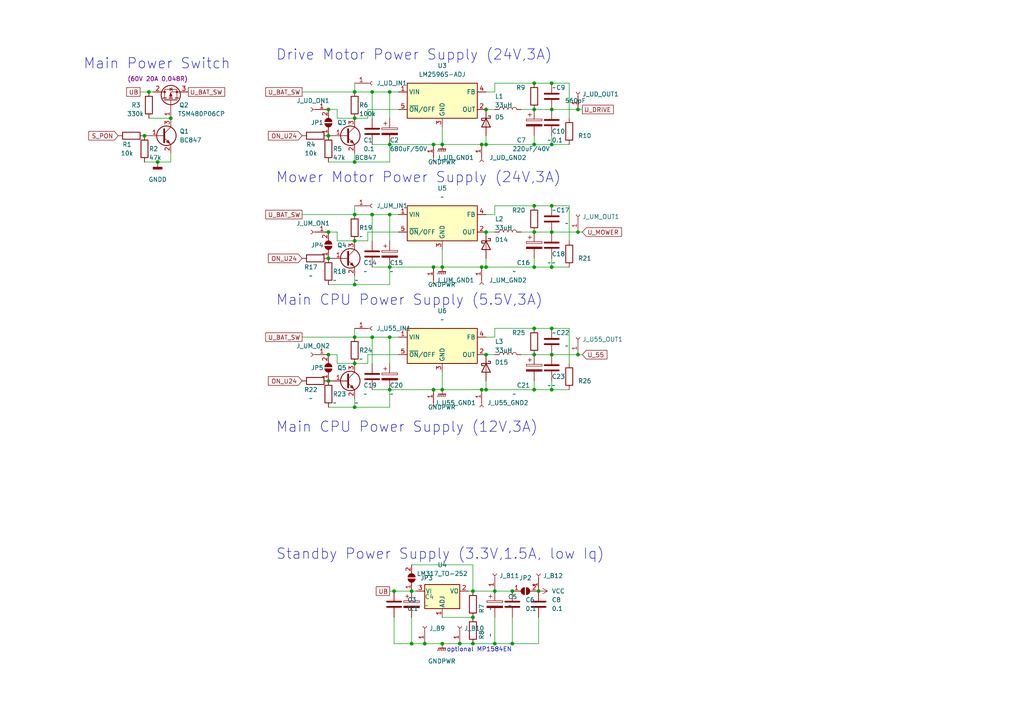
<source format=kicad_sch>
(kicad_sch (version 20211123) (generator eeschema)
  (paper "A4")
  (lib_symbols
    (symbol "Connector:Conn_01x01_Female" (pin_names (offset 1.016) hide)
      (property "Reference" "J" (at 0 2.54 0))
      (property "Value" "Conn_01x01_Female" (at 0 -2.54 0))
      (symbol "Conn_01x01_Female_1_1"
        (polyline (pts (xy -1.27 0) (xy -0.508 0)) (stroke (width 0.1524)))
        (arc (start 0 0.508) (mid -0.508 0) (end 0 -0.508) (stroke (width 0.1524)))
        (pin passive line (at -5.08 0 0) (length 3.81) (name "Pin_1") (number "1"))
      )
    )
    (symbol "Device:C" (pin_numbers hide) (pin_names (offset 0.254))
      (property "Reference" "C" (at 0.635 2.54 0))
      (property "Value" "C" (at 0.635 -2.54 0))
      (symbol "C_0_1"
        (polyline (pts (xy -2.032 -0.762) (xy 2.032 -0.762)) (stroke (width 0.508)))
        (polyline (pts (xy -2.032 0.762) (xy 2.032 0.762)) (stroke (width 0.508)))
      )
      (symbol "C_1_1"
        (pin passive line (at 0 3.81 270) (length 2.794) (name "~") (number "1"))
        (pin passive line (at 0 -3.81 90) (length 2.794) (name "~") (number "2"))
      )
    )
    (symbol "Device:C_Polarized" (pin_numbers hide) (pin_names (offset 0.254))
      (property "Reference" "C" (at 0.635 2.54 0))
      (property "Value" "C_Polarized" (at 0.635 -2.54 0))
      (symbol "C_Polarized_0_1"
        (rectangle (start -2.286 0.508) (end 2.286 1.016))
        (polyline (pts (xy -1.778 2.286) (xy -0.762 2.286)))
        (polyline (pts (xy -1.27 2.794) (xy -1.27 1.778)))
        (rectangle (start 2.286 -0.508) (end -2.286 -1.016) (fill (type outline)))
      )
      (symbol "C_Polarized_1_1"
        (pin passive line (at 0 3.81 270) (length 2.794) (name "~") (number "1"))
        (pin passive line (at 0 -3.81 90) (length 2.794) (name "~") (number "2"))
      )
    )
    (symbol "Device:L" (pin_numbers hide) (pin_names (offset 1.016) hide)
      (property "Reference" "L" (at -1.27 0 90))
      (property "Value" "L" (at 1.905 0 90))
      (symbol "L_0_1"
        (arc (start 0 -2.54) (mid 0.635 -1.905) (end 0 -1.27))
        (arc (start 0 -1.27) (mid 0.635 -0.635) (end 0 0))
        (arc (start 0 0) (mid 0.635 0.635) (end 0 1.27))
        (arc (start 0 1.27) (mid 0.635 1.905) (end 0 2.54))
      )
      (symbol "L_1_1"
        (pin passive line (at 0 3.81 270) (length 1.27) (name "1") (number "1"))
        (pin passive line (at 0 -3.81 90) (length 1.27) (name "2") (number "2"))
      )
    )
    (symbol "Device:Q_PMOS_GDS" (pin_names (offset 0) hide)
      (property "Reference" "Q" (at 5.08 1.27 0))
      (property "Value" "Q_PMOS_GDS" (at 5.08 -1.27 0))
      (symbol "Q_PMOS_GDS_0_1"
        (polyline (pts (xy 0.254 0) (xy -2.54 0)))
        (polyline (pts (xy 0.254 1.905) (xy 0.254 -1.905)) (stroke (width 0.254)))
        (polyline (pts (xy 0.762 -1.27) (xy 0.762 -2.286)) (stroke (width 0.254)))
        (polyline (pts (xy 0.762 0.508) (xy 0.762 -0.508)) (stroke (width 0.254)))
        (polyline (pts (xy 0.762 2.286) (xy 0.762 1.27)) (stroke (width 0.254)))
        (polyline (pts (xy 2.54 2.54) (xy 2.54 1.778)))
        (polyline (pts (xy 2.54 -2.54) (xy 2.54 0) (xy 0.762 0)))
        (polyline (pts (xy 0.762 1.778) (xy 3.302 1.778) (xy 3.302 -1.778) (xy 0.762 -1.778)))
        (polyline (pts (xy 2.286 0) (xy 1.27 0.381) (xy 1.27 -0.381) (xy 2.286 0)) (fill (type outline)))
        (polyline (pts (xy 2.794 -0.508) (xy 2.921 -0.381) (xy 3.683 -0.381) (xy 3.81 -0.254)))
        (polyline (pts (xy 3.302 -0.381) (xy 2.921 0.254) (xy 3.683 0.254) (xy 3.302 -0.381)))
        (circle (center 1.651 0) (radius 2.794) (stroke (width 0.254)))
        (circle (center 2.54 -1.778) (radius 0.254) (fill (type outline)))
        (circle (center 2.54 1.778) (radius 0.254) (fill (type outline)))
      )
      (symbol "Q_PMOS_GDS_1_1"
        (pin input line (at -5.08 0 0) (length 2.54) (name "G") (number "1"))
        (pin passive line (at 2.54 5.08 270) (length 2.54) (name "D") (number "2"))
        (pin passive line (at 2.54 -5.08 90) (length 2.54) (name "S") (number "3"))
      )
    )
    (symbol "Device:R" (pin_numbers hide) (pin_names (offset 0))
      (property "Reference" "R" (at 2.032 0 90))
      (property "Value" "R" (at 0 0 90))
      (symbol "R_0_1"
        (rectangle (start -1.016 -2.54) (end 1.016 2.54) (stroke (width 0.254)))
      )
      (symbol "R_1_1"
        (pin passive line (at 0 3.81 270) (length 1.27) (name "~") (number "1"))
        (pin passive line (at 0 -3.81 90) (length 1.27) (name "~") (number "2"))
      )
    )
    (symbol "Diode:MBRA340" (pin_numbers hide) (pin_names hide)
      (property "Reference" "D" (at 0 2.54 0))
      (property "Value" "MBRA340" (at 0 -2.54 0))
      (symbol "MBRA340_0_1"
        (polyline (pts (xy 1.27 0) (xy -1.27 0)))
        (polyline (pts (xy 1.27 1.27) (xy 1.27 -1.27) (xy -1.27 0) (xy 1.27 1.27)) (stroke (width 0.254)))
        (polyline (pts (xy -1.905 0.635) (xy -1.905 1.27) (xy -1.27 1.27) (xy -1.27 -1.27) (xy -0.635 -1.27) (xy -0.635 -0.635)) (stroke (width 0.254)))
      )
      (symbol "MBRA340_1_1"
        (pin passive line (at -3.81 0 0) (length 2.54) (name "K") (number "1"))
        (pin passive line (at 3.81 0 180) (length 2.54) (name "A") (number "2"))
      )
    )
    (symbol "Jumper:SolderJumper_2_Open" (pin_names (offset 0) hide)
      (property "Reference" "JP" (at 0 2.032 0))
      (property "Value" "SolderJumper_2_Open" (at 0 -2.54 0))
      (symbol "SolderJumper_2_Open_0_1"
        (arc (start -0.254 1.016) (mid -1.27 0) (end -0.254 -1.016))
        (arc (start -0.254 1.016) (mid -1.27 0) (end -0.254 -1.016) (fill (type outline)))
        (polyline (pts (xy -0.254 1.016) (xy -0.254 -1.016)))
        (polyline (pts (xy 0.254 1.016) (xy 0.254 -1.016)))
        (arc (start 0.254 -1.016) (mid 1.27 0) (end 0.254 1.016))
        (arc (start 0.254 -1.016) (mid 1.27 0) (end 0.254 1.016) (fill (type outline)))
      )
      (symbol "SolderJumper_2_Open_1_1"
        (pin passive line (at -3.81 0 0) (length 2.54) (name "A") (number "1"))
        (pin passive line (at 3.81 0 180) (length 2.54) (name "B") (number "2"))
      )
    )
    (symbol "Regulator_Linear:LM317_TO-252" (pin_names (offset 0.254))
      (property "Reference" "U" (at -3.81 3.175 0))
      (property "Value" "LM317_TO-252" (at 0 3.175 0))
      (symbol "LM317_TO-252_0_1"
        (rectangle (start -5.08 1.905) (end 5.08 -5.08) (stroke (width 0.254)) (fill (type background)))
      )
      (symbol "LM317_TO-252_1_1"
        (pin input line (at 0 -7.62 90) (length 2.54) (name "ADJ") (number "1"))
        (pin power_out line (at 7.62 0 180) (length 2.54) (name "VO") (number "2"))
        (pin power_in line (at -7.62 0 0) (length 2.54) (name "VI") (number "3"))
      )
    )
    (symbol "Regulator_Switching:LM2596S-ADJ"
      (property "Reference" "U" (at -10.16 6.35 0))
      (property "Value" "LM2596S-ADJ" (at 0 6.35 0))
      (symbol "LM2596S-ADJ_0_1"
        (rectangle (start -10.16 5.08) (end 10.16 -5.08) (stroke (width 0.254)) (fill (type background)))
      )
      (symbol "LM2596S-ADJ_1_1"
        (pin power_in line (at -12.7 2.54 0) (length 2.54) (name "VIN") (number "1"))
        (pin output line (at 12.7 -2.54 180) (length 2.54) (name "OUT") (number "2"))
        (pin power_in line (at 0 -7.62 90) (length 2.54) (name "GND") (number "3"))
        (pin input line (at 12.7 2.54 180) (length 2.54) (name "FB") (number "4"))
        (pin input line (at -12.7 -2.54 0) (length 2.54) (name "~{ON}/OFF") (number "5"))
      )
    )
    (symbol "Transistor_BJT:BC847" (pin_names (offset 0) hide)
      (property "Reference" "Q" (at 5.08 1.905 0))
      (property "Value" "BC847" (at 5.08 0 0))
      (symbol "BC847_0_1"
        (polyline (pts (xy 0.635 0.635) (xy 2.54 2.54)))
        (polyline (pts (xy 0.635 -0.635) (xy 2.54 -2.54) (xy 2.54 -2.54)))
        (polyline (pts (xy 0.635 1.905) (xy 0.635 -1.905) (xy 0.635 -1.905)) (stroke (width 0.508)))
        (polyline (pts (xy 1.27 -1.778) (xy 1.778 -1.27) (xy 2.286 -2.286) (xy 1.27 -1.778) (xy 1.27 -1.778)) (fill (type outline)))
        (circle (center 1.27 0) (radius 2.8194) (stroke (width 0.254)))
      )
      (symbol "BC847_1_1"
        (pin input line (at -5.08 0 0) (length 5.715) (name "B") (number "1"))
        (pin passive line (at 2.54 -5.08 90) (length 2.54) (name "E") (number "2"))
        (pin passive line (at 2.54 5.08 270) (length 2.54) (name "C") (number "3"))
      )
    )
    (symbol "power:GNDD" (power) (pin_names (offset 0))
      (property "Value" "GNDD" (at 0 -3.175 0))
      (symbol "GNDD_0_1"
        (rectangle (start -1.27 -1.524) (end 1.27 -2.032) (stroke (width 0.254)) (fill (type outline)))
        (polyline (pts (xy 0 0) (xy 0 -1.524)))
      )
      (symbol "GNDD_1_1"
        (pin power_in line (at 0 0 270) (length 0) hide (name "GNDD") (number "1"))
      )
    )
    (symbol "power:GNDPWR" (power) (pin_names (offset 0))
      (property "Value" "GNDPWR" (at 0 -3.302 0))
      (symbol "GNDPWR_0_1"
        (polyline (pts (xy 0 -1.27) (xy 0 0)))
        (polyline (pts (xy -1.016 -1.27) (xy -1.27 -2.032) (xy -1.27 -2.032)) (stroke (width 0.2032)))
        (polyline (pts (xy -0.508 -1.27) (xy -0.762 -2.032) (xy -0.762 -2.032)) (stroke (width 0.2032)))
        (polyline (pts (xy 0 -1.27) (xy -0.254 -2.032) (xy -0.254 -2.032)) (stroke (width 0.2032)))
        (polyline (pts (xy 0.508 -1.27) (xy 0.254 -2.032) (xy 0.254 -2.032)) (stroke (width 0.2032)))
        (polyline (pts (xy 1.016 -1.27) (xy -1.016 -1.27) (xy -1.016 -1.27)) (stroke (width 0.2032)))
        (polyline (pts (xy 1.016 -1.27) (xy 0.762 -2.032) (xy 0.762 -2.032) (xy 0.762 -2.032)) (stroke (width 0.2032)))
      )
      (symbol "GNDPWR_1_1"
        (pin power_in line (at 0 0 270) (length 0) hide (name "GNDPWR") (number "1"))
      )
    )
    (symbol "power:VCC" (power) (pin_names (offset 0))
      (property "Value" "VCC" (at 0 3.81 0))
      (symbol "VCC_0_1"
        (polyline (pts (xy -0.762 1.27) (xy 0 2.54)))
        (polyline (pts (xy 0 0) (xy 0 2.54)))
        (polyline (pts (xy 0 2.54) (xy 0.762 1.27)))
      )
      (symbol "VCC_1_1"
        (pin power_in line (at 0 0 90) (length 0) hide (name "VCC") (number "1"))
      )
    )
  )
  (junction (at 102.87 82.55))
  (junction (at 123.19 186.69))
  (junction (at 167.64 67.31))
  (junction (at 119.38 171.45))
  (junction (at 114.3 171.45))
  (junction (at 113.03 77.47))
  (junction (at 119.38 186.69))
  (junction (at 148.59 186.69))
  (junction (at 95.25 102.87))
  (junction (at 154.94 24.13))
  (junction (at 167.64 102.87))
  (junction (at 49.53 34.29))
  (junction (at 102.87 34.29))
  (junction (at 128.27 41.91))
  (junction (at 154.94 59.69))
  (junction (at 140.97 102.87))
  (junction (at 148.59 171.45))
  (junction (at 160.02 31.75))
  (junction (at 125.73 77.47))
  (junction (at 128.27 186.69))
  (junction (at 160.02 67.31))
  (junction (at 128.27 113.03))
  (junction (at 137.16 186.69))
  (junction (at 95.25 74.93))
  (junction (at 45.72 46.99))
  (junction (at 95.25 110.49))
  (junction (at 107.95 62.23))
  (junction (at 137.16 171.45))
  (junction (at 95.25 31.75))
  (junction (at 154.94 31.75))
  (junction (at 139.7 113.03))
  (junction (at 143.51 186.69))
  (junction (at 113.03 41.91))
  (junction (at 154.94 77.47))
  (junction (at 113.03 62.23))
  (junction (at 133.35 186.69))
  (junction (at 113.03 26.67))
  (junction (at 160.02 77.47))
  (junction (at 139.7 41.91))
  (junction (at 125.73 113.03))
  (junction (at 125.73 41.91))
  (junction (at 102.87 69.85))
  (junction (at 107.95 26.67))
  (junction (at 113.03 97.79))
  (junction (at 139.7 77.47))
  (junction (at 160.02 24.13))
  (junction (at 156.21 171.45))
  (junction (at 160.02 102.87))
  (junction (at 102.87 118.11))
  (junction (at 41.91 39.37))
  (junction (at 107.95 97.79))
  (junction (at 167.64 31.75))
  (junction (at 113.03 113.03))
  (junction (at 140.97 113.03))
  (junction (at 143.51 171.45))
  (junction (at 102.87 46.99))
  (junction (at 137.16 179.07))
  (junction (at 160.02 59.69))
  (junction (at 160.02 113.03))
  (junction (at 154.94 41.91))
  (junction (at 102.87 62.23))
  (junction (at 102.87 26.67))
  (junction (at 154.94 113.03))
  (junction (at 102.87 105.41))
  (junction (at 140.97 77.47))
  (junction (at 140.97 31.75))
  (junction (at 102.87 97.79))
  (junction (at 160.02 41.91))
  (junction (at 160.02 95.25))
  (junction (at 154.94 102.87))
  (junction (at 95.25 39.37))
  (junction (at 140.97 67.31))
  (junction (at 95.25 67.31))
  (junction (at 128.27 77.47))
  (junction (at 140.97 41.91))
  (junction (at 154.94 67.31))
  (junction (at 154.94 95.25))
  (junction (at 43.18 26.67))
  (wire (pts (xy 128.27 36.83) (xy 128.27 41.91)))
  (wire (pts (xy 160.02 77.47) (xy 165.1 77.47)))
  (wire (pts (xy 40.64 26.67) (xy 43.18 26.67)))
  (wire (pts (xy 106.68 105.41) (xy 102.87 105.41)))
  (wire (pts (xy 128.27 186.69) (xy 123.19 186.69)))
  (wire (pts (xy 102.87 80.01) (xy 102.87 82.55)))
  (wire (pts (xy 102.87 44.45) (xy 102.87 46.99)))
  (wire (pts (xy 140.97 41.91) (xy 154.94 41.91)))
  (wire (pts (xy 119.38 186.69) (xy 114.3 186.69)))
  (wire (pts (xy 160.02 110.49) (xy 160.02 113.03)))
  (wire (pts (xy 95.25 82.55) (xy 102.87 82.55)))
  (wire (pts (xy 139.7 41.91) (xy 140.97 41.91)))
  (wire (pts (xy 160.02 74.93) (xy 160.02 77.47)))
  (wire (pts (xy 97.79 31.75) (xy 97.79 34.29)))
  (wire (pts (xy 143.51 26.67) (xy 140.97 26.67)))
  (wire (pts (xy 154.94 95.25) (xy 143.51 95.25)))
  (wire (pts (xy 45.72 46.99) (xy 49.53 46.99)))
  (wire (pts (xy 107.95 26.67) (xy 113.03 26.67)))
  (wire (pts (xy 128.27 113.03) (xy 139.7 113.03)))
  (wire (pts (xy 102.87 95.25) (xy 102.87 97.79)))
  (wire (pts (xy 106.68 69.85) (xy 102.87 69.85)))
  (wire (pts (xy 143.51 67.31) (xy 140.97 67.31)))
  (wire (pts (xy 128.27 72.39) (xy 128.27 77.47)))
  (wire (pts (xy 156.21 186.69) (xy 156.21 179.07)))
  (wire (pts (xy 154.94 59.69) (xy 160.02 59.69)))
  (wire (pts (xy 113.03 77.47) (xy 113.03 76.2)))
  (wire (pts (xy 137.16 163.83) (xy 137.16 171.45)))
  (wire (pts (xy 97.79 105.41) (xy 102.87 105.41)))
  (wire (pts (xy 160.02 41.91) (xy 165.1 41.91)))
  (wire (pts (xy 154.94 59.69) (xy 143.51 59.69)))
  (wire (pts (xy 151.13 102.87) (xy 154.94 102.87)))
  (wire (pts (xy 137.16 171.45) (xy 135.89 171.45)))
  (wire (pts (xy 160.02 24.13) (xy 165.1 24.13)))
  (wire (pts (xy 106.68 102.87) (xy 106.68 105.41)))
  (wire (pts (xy 107.95 97.79) (xy 107.95 105.41)))
  (wire (pts (xy 151.13 67.31) (xy 154.94 67.31)))
  (wire (pts (xy 87.63 97.79) (xy 102.87 97.79)))
  (wire (pts (xy 160.02 113.03) (xy 154.94 113.03)))
  (wire (pts (xy 113.03 41.91) (xy 125.73 41.91)))
  (wire (pts (xy 143.51 62.23) (xy 140.97 62.23)))
  (wire (pts (xy 167.64 102.87) (xy 160.02 102.87)))
  (wire (pts (xy 106.68 34.29) (xy 102.87 34.29)))
  (wire (pts (xy 143.51 186.69) (xy 148.59 186.69)))
  (wire (pts (xy 140.97 110.49) (xy 140.97 113.03)))
  (wire (pts (xy 160.02 41.91) (xy 154.94 41.91)))
  (wire (pts (xy 140.97 39.37) (xy 140.97 41.91)))
  (wire (pts (xy 123.19 186.69) (xy 119.38 186.69)))
  (wire (pts (xy 43.18 34.29) (xy 49.53 34.29)))
  (wire (pts (xy 97.79 34.29) (xy 102.87 34.29)))
  (wire (pts (xy 154.94 102.87) (xy 160.02 102.87)))
  (wire (pts (xy 113.03 41.91) (xy 113.03 40.64)))
  (wire (pts (xy 113.03 97.79) (xy 113.03 105.41)))
  (wire (pts (xy 148.59 179.07) (xy 148.59 186.69)))
  (wire (pts (xy 140.97 113.03) (xy 154.94 113.03)))
  (wire (pts (xy 160.02 39.37) (xy 160.02 41.91)))
  (wire (pts (xy 160.02 77.47) (xy 154.94 77.47)))
  (wire (pts (xy 154.94 95.25) (xy 160.02 95.25)))
  (wire (pts (xy 167.64 67.31) (xy 160.02 67.31)))
  (wire (pts (xy 95.25 67.31) (xy 97.79 67.31)))
  (wire (pts (xy 154.94 67.31) (xy 160.02 67.31)))
  (wire (pts (xy 43.18 26.67) (xy 44.45 26.67)))
  (wire (pts (xy 114.3 171.45) (xy 119.38 171.45)))
  (wire (pts (xy 154.94 24.13) (xy 160.02 24.13)))
  (wire (pts (xy 113.03 118.11) (xy 113.03 113.03)))
  (wire (pts (xy 113.03 113.03) (xy 113.03 111.76)))
  (wire (pts (xy 154.94 31.75) (xy 160.02 31.75)))
  (wire (pts (xy 143.51 102.87) (xy 140.97 102.87)))
  (wire (pts (xy 95.25 46.99) (xy 102.87 46.99)))
  (wire (pts (xy 115.57 62.23) (xy 113.03 62.23)))
  (wire (pts (xy 107.95 113.03) (xy 113.03 113.03)))
  (wire (pts (xy 165.1 34.29) (xy 165.1 24.13)))
  (wire (pts (xy 133.35 186.69) (xy 128.27 186.69)))
  (wire (pts (xy 102.87 46.99) (xy 113.03 46.99)))
  (wire (pts (xy 165.1 105.41) (xy 165.1 95.25)))
  (wire (pts (xy 113.03 113.03) (xy 125.73 113.03)))
  (wire (pts (xy 125.73 113.03) (xy 128.27 113.03)))
  (wire (pts (xy 168.91 31.75) (xy 167.64 31.75)))
  (wire (pts (xy 143.51 31.75) (xy 140.97 31.75)))
  (wire (pts (xy 119.38 171.45) (xy 120.65 171.45)))
  (wire (pts (xy 113.03 62.23) (xy 113.03 69.85)))
  (wire (pts (xy 143.51 59.69) (xy 143.51 62.23)))
  (wire (pts (xy 165.1 69.85) (xy 165.1 59.69)))
  (wire (pts (xy 95.25 102.87) (xy 97.79 102.87)))
  (wire (pts (xy 114.3 186.69) (xy 114.3 179.07)))
  (wire (pts (xy 102.87 59.69) (xy 102.87 62.23)))
  (wire (pts (xy 95.25 118.11) (xy 102.87 118.11)))
  (wire (pts (xy 125.73 41.91) (xy 128.27 41.91)))
  (wire (pts (xy 168.91 102.87) (xy 167.64 102.87)))
  (wire (pts (xy 140.97 74.93) (xy 140.97 77.47)))
  (wire (pts (xy 119.38 179.07) (xy 119.38 186.69)))
  (wire (pts (xy 154.94 41.91) (xy 154.94 39.37)))
  (wire (pts (xy 97.79 69.85) (xy 102.87 69.85)))
  (wire (pts (xy 102.87 26.67) (xy 107.95 26.67)))
  (wire (pts (xy 102.87 82.55) (xy 113.03 82.55)))
  (wire (pts (xy 87.63 26.67) (xy 102.87 26.67)))
  (wire (pts (xy 143.51 171.45) (xy 148.59 171.45)))
  (wire (pts (xy 97.79 102.87) (xy 97.79 105.41)))
  (wire (pts (xy 102.87 97.79) (xy 107.95 97.79)))
  (wire (pts (xy 113.03 46.99) (xy 113.03 41.91)))
  (wire (pts (xy 143.51 171.45) (xy 137.16 171.45)))
  (wire (pts (xy 87.63 62.23) (xy 102.87 62.23)))
  (wire (pts (xy 143.51 24.13) (xy 143.51 26.67)))
  (wire (pts (xy 107.95 26.67) (xy 107.95 34.29)))
  (wire (pts (xy 49.53 44.45) (xy 49.53 46.99)))
  (wire (pts (xy 97.79 67.31) (xy 97.79 69.85)))
  (wire (pts (xy 128.27 77.47) (xy 139.7 77.47)))
  (wire (pts (xy 115.57 31.75) (xy 106.68 31.75)))
  (wire (pts (xy 154.94 77.47) (xy 154.94 74.93)))
  (wire (pts (xy 113.03 77.47) (xy 125.73 77.47)))
  (wire (pts (xy 154.94 113.03) (xy 154.94 110.49)))
  (wire (pts (xy 107.95 77.47) (xy 113.03 77.47)))
  (wire (pts (xy 160.02 95.25) (xy 165.1 95.25)))
  (wire (pts (xy 102.87 115.57) (xy 102.87 118.11)))
  (wire (pts (xy 102.87 24.13) (xy 102.87 26.67)))
  (wire (pts (xy 143.51 179.07) (xy 143.51 186.69)))
  (wire (pts (xy 139.7 113.03) (xy 140.97 113.03)))
  (wire (pts (xy 167.64 31.75) (xy 160.02 31.75)))
  (wire (pts (xy 160.02 59.69) (xy 165.1 59.69)))
  (wire (pts (xy 125.73 77.47) (xy 128.27 77.47)))
  (wire (pts (xy 115.57 97.79) (xy 113.03 97.79)))
  (wire (pts (xy 137.16 186.69) (xy 143.51 186.69)))
  (wire (pts (xy 151.13 31.75) (xy 154.94 31.75)))
  (wire (pts (xy 95.25 31.75) (xy 97.79 31.75)))
  (wire (pts (xy 41.91 46.99) (xy 45.72 46.99)))
  (wire (pts (xy 107.95 41.91) (xy 113.03 41.91)))
  (wire (pts (xy 113.03 26.67) (xy 113.03 34.29)))
  (wire (pts (xy 115.57 26.67) (xy 113.03 26.67)))
  (wire (pts (xy 139.7 77.47) (xy 140.97 77.47)))
  (wire (pts (xy 107.95 62.23) (xy 113.03 62.23)))
  (wire (pts (xy 143.51 97.79) (xy 140.97 97.79)))
  (wire (pts (xy 115.57 67.31) (xy 106.68 67.31)))
  (wire (pts (xy 102.87 118.11) (xy 113.03 118.11)))
  (wire (pts (xy 148.59 186.69) (xy 156.21 186.69)))
  (wire (pts (xy 102.87 62.23) (xy 107.95 62.23)))
  (wire (pts (xy 154.94 24.13) (xy 143.51 24.13)))
  (wire (pts (xy 128.27 107.95) (xy 128.27 113.03)))
  (wire (pts (xy 128.27 41.91) (xy 139.7 41.91)))
  (wire (pts (xy 143.51 95.25) (xy 143.51 97.79)))
  (wire (pts (xy 113.03 171.45) (xy 114.3 171.45)))
  (wire (pts (xy 106.68 67.31) (xy 106.68 69.85)))
  (wire (pts (xy 115.57 102.87) (xy 106.68 102.87)))
  (wire (pts (xy 113.03 82.55) (xy 113.03 77.47)))
  (wire (pts (xy 168.91 67.31) (xy 167.64 67.31)))
  (wire (pts (xy 119.38 163.83) (xy 137.16 163.83)))
  (wire (pts (xy 137.16 186.69) (xy 133.35 186.69)))
  (wire (pts (xy 107.95 62.23) (xy 107.95 69.85)))
  (wire (pts (xy 128.27 179.07) (xy 137.16 179.07)))
  (wire (pts (xy 140.97 77.47) (xy 154.94 77.47)))
  (wire (pts (xy 107.95 97.79) (xy 113.03 97.79)))
  (wire (pts (xy 160.02 113.03) (xy 165.1 113.03)))
  (wire (pts (xy 106.68 31.75) (xy 106.68 34.29)))
  (text "Drive Motor Power Supply (24V,3A)" (at 80.01 17.78 0) (effects (font (size 3 3)) (justify left bottom)))
  (text "Main Power Switch" (at 24.13 20.32 0) (effects (font (size 3 3)) (justify left bottom)))
  (text "optional MP1584EN" (at 129.54 189.23 0) (effects (font (size 1.27 1.27)) (justify left bottom)))
  (text "Standby Power Supply (3.3V,1.5A, low Iq)" (at 80.01 162.56 0) (effects (font (size 3 3)) (justify left bottom)))
  (text "Main CPU Power Supply (12V,3A)" (at 80.01 125.73 0) (effects (font (size 3 3)) (justify left bottom)))
  (text "Mower Motor Power Supply (24V,3A)" (at 80.01 53.34 0) (effects (font (size 3 3)) (justify left bottom)))
  (text "Main CPU Power Supply (5.5V,3A)" (at 80.01 88.9 0) (effects (font (size 3 3)) (justify left bottom)))
  (global_label "U_BAT_SW" (shape passive) (at 87.63 97.79 180) (property "Intersheet References" "${INTERSHEET_REFS}" (effects hide)))
  (global_label "UB" (shape passive) (at 40.64 26.67 180) (property "Intersheet References" "${INTERSHEET_REFS}" (effects hide)))
  (global_label "S_PON" (shape input) (at 34.29 39.37 180) (property "Intersheet References" "${INTERSHEET_REFS}" (effects hide)))
  (global_label "U_55" (shape input) (at 168.91 102.87 0) (property "Intersheet References" "${INTERSHEET_REFS}" (effects hide)))
  (global_label "U_BAT_SW" (shape passive) (at 87.63 62.23 180) (property "Intersheet References" "${INTERSHEET_REFS}" (effects hide)))
  (global_label "ON_U24" (shape input) (at 87.63 110.49 180) (property "Intersheet References" "${INTERSHEET_REFS}" (effects hide)))
  (global_label "U_DRIVE" (shape passive) (at 168.91 31.75 0) (property "Intersheet References" "${INTERSHEET_REFS}" (effects hide)))
  (global_label "ON_U24" (shape input) (at 87.63 39.37 180) (property "Intersheet References" "${INTERSHEET_REFS}" (effects hide)))
  (global_label "UB" (shape passive) (at 113.03 171.45 180) (property "Intersheet References" "${INTERSHEET_REFS}" (effects hide)))
  (global_label "U_BAT_SW" (shape passive) (at 54.61 26.67 0) (property "Intersheet References" "${INTERSHEET_REFS}" (effects hide)))
  (global_label "U_MOWER" (shape input) (at 168.91 67.31 0) (property "Intersheet References" "${INTERSHEET_REFS}" (effects hide)))
  (global_label "U_BAT_SW" (shape passive) (at 87.63 26.67 180) (property "Intersheet References" "${INTERSHEET_REFS}" (effects hide)))
  (global_label "ON_U24" (shape input) (at 87.63 74.93 180) (property "Intersheet References" "${INTERSHEET_REFS}" (effects hide)))
  (symbol (lib_id "Device:R") (at 165.1 38.1 0) (unit 1)
    (property "Reference" "R10" (at 167.64 39.37 0) (effects (justify left)))
    (property "Value" "~" (at 158.75 40.64 0) (effects (justify left)))
    (property "Footprint" "Resistor_SMD:R_0805_2012Metric_Pad1.20x1.40mm_HandSolder" (effects hide))
  )
  (symbol (lib_id "Device:C") (at 148.59 175.26 0) (unit 1)
    (property "Reference" "C6" (at 152.4 173.9899 0) (effects (justify left)))
    (property "Value" "0.1" (at 152.4 176.5299 0) (effects (justify left)))
    (property "Footprint" "Capacitor_SMD:C_0805_2012Metric_Pad1.18x1.45mm_HandSolder" (effects hide))
  )
  (symbol (lib_id "Jumper:SolderJumper_2_Open") (at 119.38 167.64 90) (unit 1)
    (property "Reference" "JP3" (at 121.92 167.6399 90) (effects (justify right)))
    (property "Footprint" "Jumper:SolderJumper-2_P1.3mm_Open_RoundedPad1.0x1.5mm" (effects hide))
  )
  (symbol (lib_id "Jumper:SolderJumper_2_Open") (at 95.25 35.56 90) (unit 1)
    (property "Reference" "JP1" (at 90.17 35.56 90) (effects (justify right)))
    (property "Value" "SolderJumper_2_Open" (effects hide))
    (property "Footprint" "Jumper:SolderJumper-2_P1.3mm_Open_RoundedPad1.0x1.5mm" (effects hide))
  )
  (symbol (lib_id "Transistor_BJT:BC847") (at 100.33 39.37 0) (unit 1)
    (property "Reference" "Q3" (at 97.79 35.56 0) (effects (justify left)))
    (property "Value" "BC847" (at 102.87 45.72 0) (effects (justify left)))
    (property "Footprint" "Package_TO_SOT_SMD:SOT-23_Handsoldering" (effects hide))
    (property "Datasheet" "http://www.infineon.com/dgdl/Infineon-BC847SERIES_BC848SERIES_BC849SERIES_BC850SERIES-DS-v01_01-en.pdf?fileId=db3a304314dca389011541d4630a1657" (effects hide))
  )
  (symbol (lib_id "Jumper:SolderJumper_2_Open") (at 152.4 171.45 0) (unit 1)
    (property "Reference" "JP2" (at 152.4 167.64 0))
    (property "Value" "SolderJumper_2_Open" (effects hide))
    (property "Footprint" "Jumper:SolderJumper-2_P1.3mm_Open_RoundedPad1.0x1.5mm" (effects hide))
  )
  (symbol (lib_id "Regulator_Switching:LM2596S-ADJ") (at 128.27 100.33 0) (unit 1)
    (property "Reference" "U6" (at 128.27 90.17 0))
    (property "Value" "~" (at 128.27 92.71 0))
    (property "Footprint" "Package_TO_SOT_SMD:TO-263-5_TabPin3" (effects hide))
    (property "Datasheet" "http://www.ti.com/lit/ds/symlink/lm2596.pdf" (effects hide))
  )
  (symbol (lib_id "Device:R") (at 137.16 175.26 0) (unit 1)
    (property "Reference" "R7" (at 139.7 176.53 90))
    (property "Value" "~" (at 142.24 176.53 90))
    (property "Footprint" "Resistor_SMD:R_0805_2012Metric_Pad1.20x1.40mm_HandSolder" (effects hide))
  )
  (symbol (lib_id "Connector:Conn_01x01_Female") (at 167.64 97.79 90) (unit 1)
    (property "Reference" "J_U55_OUT1" (at 168.91 98.4249 90) (effects (justify right)))
    (property "Footprint" "Connector_Wire:SolderWire-1sqmm_1x01_D1.4mm_OD2.7mm" (effects hide))
  )
  (symbol (lib_id "Connector:Conn_01x01_Female") (at 90.17 67.31 180) (unit 1)
    (property "Reference" "J_UM_ON1" (at 90.805 64.77 0))
    (property "Footprint" "Connector_Wire:SolderWire-1sqmm_1x01_D1.4mm_OD2.7mm" (effects hide))
  )
  (symbol (lib_id "Device:R") (at 137.16 182.88 0) (unit 1)
    (property "Reference" "R8" (at 139.7 184.15 90))
    (property "Value" "~" (at 142.24 184.15 90))
    (property "Footprint" "Resistor_SMD:R_0805_2012Metric_Pad1.20x1.40mm_HandSolder" (effects hide))
  )
  (symbol (lib_id "Connector:Conn_01x01_Female") (at 123.19 181.61 90) (unit 1)
    (property "Reference" "J_B9" (at 124.46 182.2449 90) (effects (justify right)))
    (property "Footprint" "Connector_Wire:SolderWire-1sqmm_1x01_D1.4mm_OD2.7mm" (effects hide))
  )
  (symbol (lib_id "Transistor_BJT:BC847") (at 100.33 110.49 0) (unit 1)
    (property "Reference" "Q5" (at 97.79 106.68 0) (effects (justify left)))
    (property "Value" "~" (at 102.87 116.84 0) (effects (justify left)))
    (property "Footprint" "Package_TO_SOT_SMD:SOT-23_Handsoldering" (effects hide))
    (property "Datasheet" "http://www.infineon.com/dgdl/Infineon-BC847SERIES_BC848SERIES_BC849SERIES_BC850SERIES-DS-v01_01-en.pdf?fileId=db3a304314dca389011541d4630a1657" (effects hide))
  )
  (symbol (lib_id "power:GNDPWR") (at 128.27 113.03 0) (unit 1)
    (property "Reference" "#PWR0111" (effects hide))
    (property "Value" "~" (at 128.143 118.11 0))
  )
  (symbol (lib_id "Device:C_Polarized") (at 113.03 38.1 0) (unit 1)
    (property "Reference" "C2" (at 113.03 40.64 0) (effects (justify left)))
    (property "Value" "680uF/50V" (at 113.03 43.18 0) (effects (justify left)))
    (property "Footprint" "Capacitor_SMD:CP_Elec_16x17.5" (effects hide))
  )
  (symbol (lib_id "Device:R") (at 91.44 39.37 270) (unit 1)
    (property "Reference" "R4" (at 90.17 41.91 90))
    (property "Value" "10k" (at 90.17 44.45 90))
    (property "Footprint" "Resistor_SMD:R_0805_2012Metric_Pad1.20x1.40mm_HandSolder" (effects hide))
  )
  (symbol (lib_id "Device:R") (at 95.25 43.18 0) (unit 1)
    (property "Reference" "R5" (at 96.52 43.18 0) (effects (justify left)))
    (property "Value" "47k" (at 96.52 45.72 0) (effects (justify left)))
    (property "Footprint" "Resistor_SMD:R_0805_2012Metric_Pad1.20x1.40mm_HandSolder" (effects hide))
  )
  (symbol (lib_id "Connector:Conn_01x01_Female") (at 139.7 82.55 270) (unit 1)
    (property "Reference" "J_UM_GND2" (at 147.32 81.28 90))
    (property "Footprint" "Connector_Wire:SolderWire-1sqmm_1x01_D1.4mm_OD2.7mm" (effects hide))
  )
  (symbol (lib_id "Device:R") (at 102.87 30.48 0) (unit 1)
    (property "Reference" "R6" (at 104.14 30.48 0) (effects (justify left)))
    (property "Value" "100k" (at 104.14 33.02 0) (effects (justify left)))
    (property "Footprint" "Resistor_SMD:R_0805_2012Metric_Pad1.20x1.40mm_HandSolder" (effects hide))
  )
  (symbol (lib_id "Device:L") (at 147.32 67.31 90) (unit 1)
    (property "Reference" "L2" (at 144.78 63.5 90))
    (property "Value" "33uH" (at 146.05 66.04 90))
    (property "Footprint" "Inductor_SMD:L_Fastron_PISR_Handsoldering" (effects hide))
    (property "Datasheet" "https://www.reichelt.de/smd-power-induktivitaet-pisr-ferrit-33--l-pisr-33--p73067.html?&trstct=pol_0&nbc=1" (effects hide))
  )
  (symbol (lib_id "power:GNDD") (at 45.72 46.99 0) (unit 1)
    (property "Reference" "#PWR05" (effects hide))
    (property "Value" "GNDD" (at 45.72 52.07 0))
  )
  (symbol (lib_id "Device:L") (at 147.32 102.87 90) (unit 1)
    (property "Reference" "L3" (at 144.78 99.06 90))
    (property "Value" "33uH" (at 146.05 101.6 90))
    (property "Footprint" "Inductor_SMD:L_Fastron_PISR_Handsoldering" (effects hide))
    (property "Datasheet" "https://www.reichelt.de/smd-power-induktivitaet-pisr-ferrit-33--l-pisr-33--p73067.html?&trstct=pol_0&nbc=1" (effects hide))
  )
  (symbol (lib_id "Connector:Conn_01x01_Female") (at 143.51 166.37 90) (unit 1)
    (property "Reference" "J_B11" (at 144.78 167.0049 90) (effects (justify right)))
    (property "Footprint" "Connector_Wire:SolderWire-1sqmm_1x01_D1.4mm_OD2.7mm" (effects hide))
  )
  (symbol (lib_id "power:GNDPWR") (at 128.27 41.91 0) (unit 1)
    (property "Reference" "#PWR06" (effects hide))
    (property "Value" "~" (at 128.143 46.99 0))
  )
  (symbol (lib_id "Device:C") (at 160.02 35.56 0) (unit 1)
    (property "Reference" "C10" (at 160.02 38.1 0) (effects (justify left)))
    (property "Value" "0.1" (at 160.02 40.64 0) (effects (justify left)))
    (property "Footprint" "Capacitor_SMD:C_0805_2012Metric_Pad1.18x1.45mm_HandSolder" (effects hide))
  )
  (symbol (lib_id "Device:C") (at 160.02 63.5 0) (unit 1)
    (property "Reference" "C17" (at 161.29 60.96 0) (effects (justify left)))
    (property "Value" "~" (at 163.83 64.7699 0) (effects (justify left)))
    (property "Footprint" "Capacitor_SMD:C_0805_2012Metric_Pad1.18x1.45mm_HandSolder" (effects hide))
  )
  (symbol (lib_id "Transistor_BJT:BC847") (at 100.33 74.93 0) (unit 1)
    (property "Reference" "Q4" (at 97.79 71.12 0) (effects (justify left)))
    (property "Value" "~" (at 102.87 81.28 0) (effects (justify left)))
    (property "Footprint" "Package_TO_SOT_SMD:SOT-23_Handsoldering" (effects hide))
    (property "Datasheet" "http://www.infineon.com/dgdl/Infineon-BC847SERIES_BC848SERIES_BC849SERIES_BC850SERIES-DS-v01_01-en.pdf?fileId=db3a304314dca389011541d4630a1657" (effects hide))
  )
  (symbol (lib_id "Device:R") (at 154.94 99.06 180) (unit 1)
    (property "Reference" "R25" (at 152.4 96.52 0) (effects (justify left)))
    (property "Value" "~" (at 161.29 96.52 0) (effects (justify left)))
    (property "Footprint" "Resistor_SMD:R_0805_2012Metric_Pad1.20x1.40mm_HandSolder" (effects hide))
  )
  (symbol (lib_id "Connector:Conn_01x01_Female") (at 107.95 59.69 0) (unit 1)
    (property "Reference" "J_UM_IN1" (at 109.22 59.6899 0) (effects (justify left)))
    (property "Footprint" "Connector_Wire:SolderWire-1sqmm_1x01_D1.4mm_OD2.7mm" (effects hide))
  )
  (symbol (lib_id "Device:R") (at 95.25 114.3 0) (unit 1)
    (property "Reference" "R23" (at 96.52 114.3 0) (effects (justify left)))
    (property "Value" "~" (at 96.52 116.84 0) (effects (justify left)))
    (property "Footprint" "Resistor_SMD:R_0805_2012Metric_Pad1.20x1.40mm_HandSolder" (effects hide))
  )
  (symbol (lib_id "Diode:MBRA340") (at 140.97 106.68 270) (unit 1)
    (property "Reference" "D15" (at 143.51 105.0924 90) (effects (justify left)))
    (property "Footprint" "Diode_SMD:D_SMA-SMB_Universal_Handsoldering" (effects hide))
    (property "Datasheet" "https://www.onsemi.com/pub/Collateral/MBRA340T3-D.PDF" (effects hide))
  )
  (symbol (lib_id "Jumper:SolderJumper_2_Open") (at 95.25 106.68 90) (unit 1)
    (property "Reference" "JP5" (at 90.17 106.68 90) (effects (justify right)))
    (property "Footprint" "Jumper:SolderJumper-2_P1.3mm_Open_RoundedPad1.0x1.5mm" (effects hide))
  )
  (symbol (lib_id "Jumper:SolderJumper_2_Open") (at 95.25 71.12 90) (unit 1)
    (property "Reference" "JP4" (at 90.17 71.12 90) (effects (justify right)))
    (property "Footprint" "Jumper:SolderJumper-2_P1.3mm_Open_RoundedPad1.0x1.5mm" (effects hide))
  )
  (symbol (lib_id "Device:R") (at 95.25 78.74 0) (unit 1)
    (property "Reference" "R18" (at 96.52 78.74 0) (effects (justify left)))
    (property "Value" "~" (at 96.52 81.28 0) (effects (justify left)))
    (property "Footprint" "Resistor_SMD:R_0805_2012Metric_Pad1.20x1.40mm_HandSolder" (effects hide))
  )
  (symbol (lib_id "Device:L") (at 147.32 31.75 90) (unit 1)
    (property "Reference" "L1" (at 144.78 27.94 90))
    (property "Value" "33uH" (at 146.05 30.48 90))
    (property "Footprint" "Inductor_SMD:L_Fastron_PISR_Handsoldering" (effects hide))
    (property "Datasheet" "https://www.reichelt.de/smd-power-induktivitaet-pisr-ferrit-33--l-pisr-33--p73067.html?&trstct=pol_0&nbc=1" (effects hide))
  )
  (symbol (lib_id "Device:R") (at 43.18 30.48 0) (unit 1)
    (property "Reference" "R3" (at 38.1 30.48 0) (effects (justify left)))
    (property "Value" "330k" (at 36.83 33.02 0) (effects (justify left)))
    (property "Footprint" "Resistor_SMD:R_0805_2012Metric_Pad1.20x1.40mm_HandSolder" (effects hide))
  )
  (symbol (lib_id "Device:C_Polarized") (at 154.94 35.56 0) (unit 1)
    (property "Reference" "C7" (at 149.86 40.64 0) (effects (justify left)))
    (property "Value" "220uF/40V" (at 148.59 43.18 0) (effects (justify left)))
    (property "Footprint" "Capacitor_SMD:CP_Elec_16x17.5" (effects hide))
  )
  (symbol (lib_id "power:GNDPWR") (at 128.27 77.47 0) (unit 1)
    (property "Reference" "#PWR0110" (effects hide))
    (property "Value" "~" (at 128.143 82.55 0))
  )
  (symbol (lib_id "Device:C") (at 160.02 27.94 0) (unit 1)
    (property "Reference" "C9" (at 161.29 25.4 0) (effects (justify left)))
    (property "Value" "560pF" (at 163.83 29.2099 0) (effects (justify left)))
    (property "Footprint" "Capacitor_SMD:C_0805_2012Metric_Pad1.18x1.45mm_HandSolder" (effects hide))
  )
  (symbol (lib_id "Device:C_Polarized") (at 119.38 175.26 0) (unit 1)
    (property "Reference" "C4" (at 123.19 173.1009 0) (effects (justify left)))
    (property "Value" "~" (at 123.19 175.6409 0) (effects (justify left)))
    (property "Footprint" "Capacitor_SMD:CP_Elec_16x17.5" (effects hide))
  )
  (symbol (lib_id "power:GNDPWR") (at 128.27 186.69 0) (unit 1)
    (property "Reference" "#PWR07" (effects hide))
    (property "Value" "~" (at 128.143 191.77 0))
  )
  (symbol (lib_id "Device:R") (at 38.1 39.37 270) (unit 1)
    (property "Reference" "R1" (at 36.83 41.91 90))
    (property "Value" "10k" (at 36.83 44.45 90))
    (property "Footprint" "Resistor_SMD:R_0805_2012Metric_Pad1.20x1.40mm_HandSolder" (effects hide))
  )
  (symbol (lib_id "Device:C") (at 107.95 109.22 0) (unit 1)
    (property "Reference" "C19" (at 105.41 111.76 0) (effects (justify left)))
    (property "Value" "~" (at 105.41 114.3 0) (effects (justify left)))
    (property "Footprint" "Capacitor_SMD:C_0805_2012Metric_Pad1.18x1.45mm_HandSolder" (effects hide))
  )
  (symbol (lib_id "Connector:Conn_01x01_Female") (at 133.35 181.61 90) (unit 1)
    (property "Reference" "J_B10" (at 134.62 182.2449 90) (effects (justify right)))
    (property "Footprint" "Connector_Wire:SolderWire-1sqmm_1x01_D1.4mm_OD2.7mm" (effects hide))
  )
  (symbol (lib_id "Connector:Conn_01x01_Female") (at 90.17 102.87 180) (unit 1)
    (property "Reference" "J_UM_ON2" (at 90.805 100.33 0))
    (property "Footprint" "Connector_Wire:SolderWire-1sqmm_1x01_D1.4mm_OD2.7mm" (effects hide))
  )
  (symbol (lib_id "Device:C_Polarized") (at 154.94 106.68 0) (unit 1)
    (property "Reference" "C21" (at 149.86 111.76 0) (effects (justify left)))
    (property "Value" "~" (at 148.59 114.3 0) (effects (justify left)))
    (property "Footprint" "Capacitor_SMD:CP_Elec_16x17.5" (effects hide))
  )
  (symbol (lib_id "Device:R") (at 102.87 101.6 0) (unit 1)
    (property "Reference" "R24" (at 104.14 101.6 0) (effects (justify left)))
    (property "Value" "~" (at 104.14 104.14 0) (effects (justify left)))
    (property "Footprint" "Resistor_SMD:R_0805_2012Metric_Pad1.20x1.40mm_HandSolder" (effects hide))
  )
  (symbol (lib_id "Device:C_Polarized") (at 113.03 109.22 0) (unit 1)
    (property "Reference" "C20" (at 113.03 111.76 0) (effects (justify left)))
    (property "Value" "~" (at 113.03 114.3 0) (effects (justify left)))
    (property "Footprint" "Capacitor_SMD:CP_Elec_16x17.5" (effects hide))
  )
  (symbol (lib_id "Device:R") (at 41.91 43.18 0) (unit 1)
    (property "Reference" "R2" (at 43.18 43.18 0) (effects (justify left)))
    (property "Value" "47k" (at 43.18 45.72 0) (effects (justify left)))
    (property "Footprint" "Resistor_SMD:R_0805_2012Metric_Pad1.20x1.40mm_HandSolder" (effects hide))
  )
  (symbol (lib_id "Device:R") (at 91.44 74.93 270) (unit 1)
    (property "Reference" "R17" (at 90.17 77.47 90))
    (property "Value" "~" (at 90.17 80.01 90))
    (property "Footprint" "Resistor_SMD:R_0805_2012Metric_Pad1.20x1.40mm_HandSolder" (effects hide))
  )
  (symbol (lib_id "Connector:Conn_01x01_Female") (at 167.64 62.23 90) (unit 1)
    (property "Reference" "J_UM_OUT1" (at 168.91 62.8649 90) (effects (justify right)))
    (property "Footprint" "Connector_Wire:SolderWire-1sqmm_1x01_D1.4mm_OD2.7mm" (effects hide))
  )
  (symbol (lib_id "Connector:Conn_01x01_Female") (at 167.64 26.67 90) (unit 1)
    (property "Reference" "J_UD_OUT1" (at 168.91 27.3049 90) (effects (justify right)))
    (property "Footprint" "Connector_Wire:SolderWire-1sqmm_1x01_D1.4mm_OD2.7mm" (effects hide))
  )
  (symbol (lib_id "Connector:Conn_01x01_Female") (at 125.73 118.11 270) (unit 1)
    (property "Reference" "J_U55_GND1" (at 132.08 116.84 90))
    (property "Footprint" "Connector_Wire:SolderWire-1sqmm_1x01_D1.4mm_OD2.7mm" (effects hide))
  )
  (symbol (lib_id "Device:Q_PMOS_GDS") (at 49.53 29.21 90) (unit 1)
    (property "Reference" "Q2" (at 53.34 30.48 90))
    (property "Value" "TSM480P06CP" (at 58.42 33.02 90))
    (property "Footprint" "Package_TO_SOT_SMD:TO-252-2" (effects hide))
    (property "Datasheet" "https://www.reichelt.de/mosfet-p-ch-60v-20a-0-048r-to252-tsm480p06cp-p254961.html?&trstct=pos_0&nbc=1" (effects hide))
    (property "Expl" "(60V 20A 0,048R)" (at 45.72 22.86 90))
  )
  (symbol (lib_id "Connector:Conn_01x01_Female") (at 107.95 24.13 0) (unit 1)
    (property "Reference" "J_UD_IN1" (at 109.22 24.1299 0) (effects (justify left)))
    (property "Footprint" "Connector_Wire:SolderWire-1sqmm_1x01_D1.4mm_OD2.7mm" (effects hide))
  )
  (symbol (lib_id "Connector:Conn_01x01_Female") (at 156.21 166.37 90) (unit 1)
    (property "Reference" "J_B12" (at 157.48 167.0049 90) (effects (justify right)))
    (property "Footprint" "Connector_Wire:SolderWire-1sqmm_1x01_D1.4mm_OD2.7mm" (effects hide))
  )
  (symbol (lib_id "Connector:Conn_01x01_Female") (at 125.73 82.55 270) (unit 1)
    (property "Reference" "J_UM_GND1" (at 132.08 81.28 90))
    (property "Footprint" "Connector_Wire:SolderWire-1sqmm_1x01_D1.4mm_OD2.7mm" (effects hide))
  )
  (symbol (lib_id "Device:R") (at 91.44 110.49 270) (unit 1)
    (property "Reference" "R22" (at 90.17 113.03 90))
    (property "Value" "~" (at 90.17 115.57 90))
    (property "Footprint" "Resistor_SMD:R_0805_2012Metric_Pad1.20x1.40mm_HandSolder" (effects hide))
  )
  (symbol (lib_id "Regulator_Switching:LM2596S-ADJ") (at 128.27 64.77 0) (unit 1)
    (property "Reference" "U5" (at 128.27 54.61 0))
    (property "Value" "~" (at 128.27 57.15 0))
    (property "Footprint" "Package_TO_SOT_SMD:TO-263-5_TabPin3" (effects hide))
    (property "Datasheet" "http://www.ti.com/lit/ds/symlink/lm2596.pdf" (effects hide))
  )
  (symbol (lib_id "Diode:MBRA340") (at 140.97 71.12 270) (unit 1)
    (property "Reference" "D14" (at 143.51 69.5324 90) (effects (justify left)))
    (property "Footprint" "Diode_SMD:D_SMA-SMB_Universal_Handsoldering" (effects hide))
    (property "Datasheet" "https://www.onsemi.com/pub/Collateral/MBRA340T3-D.PDF" (effects hide))
  )
  (symbol (lib_id "Device:C_Polarized") (at 143.51 175.26 0) (unit 1)
    (property "Reference" "C5" (at 147.32 173.1009 0) (effects (justify left)))
    (property "Value" "~" (at 147.32 175.6409 0) (effects (justify left)))
    (property "Footprint" "Capacitor_SMD:CP_Elec_16x17.5" (effects hide))
  )
  (symbol (lib_id "Device:C") (at 160.02 71.12 0) (unit 1)
    (property "Reference" "C18" (at 160.02 73.66 0) (effects (justify left)))
    (property "Value" "~" (at 160.02 76.2 0) (effects (justify left)))
    (property "Footprint" "Capacitor_SMD:C_0805_2012Metric_Pad1.18x1.45mm_HandSolder" (effects hide))
  )
  (symbol (lib_id "power:VCC") (at 156.21 171.45 270) (unit 1)
    (property "Reference" "#PWR08" (effects hide))
    (property "Value" "~" (at 160.02 171.4499 90) (effects (justify left)))
  )
  (symbol (lib_id "Device:C") (at 107.95 73.66 0) (unit 1)
    (property "Reference" "C14" (at 105.41 76.2 0) (effects (justify left)))
    (property "Value" "~" (at 105.41 78.74 0) (effects (justify left)))
    (property "Footprint" "Capacitor_SMD:C_0805_2012Metric_Pad1.18x1.45mm_HandSolder" (effects hide))
  )
  (symbol (lib_id "Device:C_Polarized") (at 113.03 73.66 0) (unit 1)
    (property "Reference" "C15" (at 113.03 76.2 0) (effects (justify left)))
    (property "Value" "~" (at 113.03 78.74 0) (effects (justify left)))
    (property "Footprint" "Capacitor_SMD:CP_Elec_16x17.5" (effects hide))
  )
  (symbol (lib_id "Device:C") (at 156.21 175.26 0) (unit 1)
    (property "Reference" "C8" (at 160.02 173.9899 0) (effects (justify left)))
    (property "Value" "0.1" (at 160.02 176.5299 0) (effects (justify left)))
    (property "Footprint" "Capacitor_SMD:C_0805_2012Metric_Pad1.18x1.45mm_HandSolder" (effects hide))
  )
  (symbol (lib_id "Regulator_Switching:LM2596S-ADJ") (at 128.27 29.21 0) (unit 1)
    (property "Reference" "U3" (at 128.27 19.05 0))
    (property "Value" "LM2596S-ADJ" (at 128.27 21.59 0))
    (property "Footprint" "Package_TO_SOT_SMD:TO-263-5_TabPin3" (effects hide))
    (property "Datasheet" "http://www.ti.com/lit/ds/symlink/lm2596.pdf" (effects hide))
  )
  (symbol (lib_id "Connector:Conn_01x01_Female") (at 90.17 31.75 180) (unit 1)
    (property "Reference" "J_UD_ON1" (at 90.805 29.21 0))
    (property "Footprint" "Connector_Wire:SolderWire-1sqmm_1x01_D1.4mm_OD2.7mm" (effects hide))
  )
  (symbol (lib_id "Device:R") (at 165.1 73.66 0) (unit 1)
    (property "Reference" "R21" (at 167.64 74.93 0) (effects (justify left)))
    (property "Value" "~" (at 158.75 76.2 0) (effects (justify left)))
    (property "Footprint" "Resistor_SMD:R_0805_2012Metric_Pad1.20x1.40mm_HandSolder" (effects hide))
  )
  (symbol (lib_id "Device:R") (at 154.94 27.94 180) (unit 1)
    (property "Reference" "R9" (at 152.4 25.4 0) (effects (justify left)))
    (property "Value" "~" (at 161.29 25.4 0) (effects (justify left)))
    (property "Footprint" "Resistor_SMD:R_0805_2012Metric_Pad1.20x1.40mm_HandSolder" (effects hide))
  )
  (symbol (lib_id "Diode:MBRA340") (at 140.97 35.56 270) (unit 1)
    (property "Reference" "D5" (at 143.51 33.9724 90) (effects (justify left)))
    (property "Footprint" "Diode_SMD:D_SMA-SMB_Universal_Handsoldering" (effects hide))
    (property "Datasheet" "https://www.onsemi.com/pub/Collateral/MBRA340T3-D.PDF" (effects hide))
  )
  (symbol (lib_id "Connector:Conn_01x01_Female") (at 139.7 46.99 270) (unit 1)
    (property "Reference" "J_UD_GND2" (at 147.32 45.72 90))
    (property "Footprint" "Connector_Wire:SolderWire-1sqmm_1x01_D1.4mm_OD2.7mm" (effects hide))
  )
  (symbol (lib_id "Device:C_Polarized") (at 154.94 71.12 0) (unit 1)
    (property "Reference" "C16" (at 149.86 76.2 0) (effects (justify left)))
    (property "Value" "~" (at 148.59 78.74 0) (effects (justify left)))
    (property "Footprint" "Capacitor_SMD:CP_Elec_16x17.5" (effects hide))
  )
  (symbol (lib_id "Regulator_Linear:LM317_TO-252") (at 128.27 171.45 0) (unit 1)
    (property "Reference" "U4" (at 128.27 163.83 0))
    (property "Value" "LM317_TO-252" (at 128.27 166.37 0))
    (property "Footprint" "Package_TO_SOT_SMD:TO-252-2" (effects hide))
    (property "Datasheet" "http://www.ti.com/lit/ds/snvs774n/snvs774n.pdf" (effects hide))
  )
  (symbol (lib_id "Device:C") (at 107.95 38.1 0) (unit 1)
    (property "Reference" "C1" (at 105.41 40.64 0) (effects (justify left)))
    (property "Value" "0.1" (at 105.41 43.18 0) (effects (justify left)))
    (property "Footprint" "Capacitor_SMD:C_0805_2012Metric_Pad1.18x1.45mm_HandSolder" (effects hide))
  )
  (symbol (lib_id "Connector:Conn_01x01_Female") (at 139.7 118.11 270) (unit 1)
    (property "Reference" "J_U55_GND2" (at 147.32 116.84 90))
    (property "Footprint" "Connector_Wire:SolderWire-1sqmm_1x01_D1.4mm_OD2.7mm" (effects hide))
  )
  (symbol (lib_id "Device:C") (at 160.02 99.06 0) (unit 1)
    (property "Reference" "C22" (at 161.29 96.52 0) (effects (justify left)))
    (property "Value" "~" (at 163.83 100.3299 0) (effects (justify left)))
    (property "Footprint" "Capacitor_SMD:C_0805_2012Metric_Pad1.18x1.45mm_HandSolder" (effects hide))
  )
  (symbol (lib_id "Connector:Conn_01x01_Female") (at 125.73 46.99 270) (unit 1)
    (property "Reference" "J_UD_GND1" (at 132.08 45.72 90))
    (property "Footprint" "Connector_Wire:SolderWire-1sqmm_1x01_D1.4mm_OD2.7mm" (effects hide))
  )
  (symbol (lib_id "Device:R") (at 102.87 66.04 0) (unit 1)
    (property "Reference" "R19" (at 104.14 66.04 0) (effects (justify left)))
    (property "Value" "~" (at 104.14 68.58 0) (effects (justify left)))
    (property "Footprint" "Resistor_SMD:R_0805_2012Metric_Pad1.20x1.40mm_HandSolder" (effects hide))
  )
  (symbol (lib_id "Transistor_BJT:BC847") (at 46.99 39.37 0) (unit 1)
    (property "Reference" "Q1" (at 52.07 38.0999 0) (effects (justify left)))
    (property "Value" "BC847" (at 52.07 40.6399 0) (effects (justify left)))
    (property "Footprint" "Package_TO_SOT_SMD:SOT-23" (effects hide))
    (property "Datasheet" "http://www.infineon.com/dgdl/Infineon-BC847SERIES_BC848SERIES_BC849SERIES_BC850SERIES-DS-v01_01-en.pdf?fileId=db3a304314dca389011541d4630a1657" (effects hide))
  )
  (symbol (lib_id "Device:C") (at 160.02 106.68 0) (unit 1)
    (property "Reference" "C23" (at 160.02 109.22 0) (effects (justify left)))
    (property "Value" "~" (at 160.02 111.76 0) (effects (justify left)))
    (property "Footprint" "Capacitor_SMD:C_0805_2012Metric_Pad1.18x1.45mm_HandSolder" (effects hide))
  )
  (symbol (lib_id "Connector:Conn_01x01_Female") (at 107.95 95.25 0) (unit 1)
    (property "Reference" "J_U55_IN1" (at 109.22 95.2499 0) (effects (justify left)))
    (property "Footprint" "Connector_Wire:SolderWire-1sqmm_1x01_D1.4mm_OD2.7mm" (effects hide))
  )
  (symbol (lib_id "Device:R") (at 165.1 109.22 0) (unit 1)
    (property "Reference" "R26" (at 167.64 110.49 0) (effects (justify left)))
    (property "Value" "~" (at 158.75 111.76 0) (effects (justify left)))
    (property "Footprint" "Resistor_SMD:R_0805_2012Metric_Pad1.20x1.40mm_HandSolder" (effects hide))
  )
  (symbol (lib_id "Device:C") (at 114.3 175.26 0) (unit 1)
    (property "Reference" "C3" (at 118.11 173.9899 0) (effects (justify left)))
    (property "Value" "0.1" (at 118.11 176.5299 0) (effects (justify left)))
    (property "Footprint" "Capacitor_SMD:C_0805_2012Metric_Pad1.18x1.45mm_HandSolder" (effects hide))
  )
  (symbol (lib_id "Device:R") (at 154.94 63.5 180) (unit 1)
    (property "Reference" "R20" (at 152.4 60.96 0) (effects (justify left)))
    (property "Value" "~" (at 161.29 60.96 0) (effects (justify left)))
    (property "Footprint" "Resistor_SMD:R_0805_2012Metric_Pad1.20x1.40mm_HandSolder" (effects hide))
  )
)
</source>
